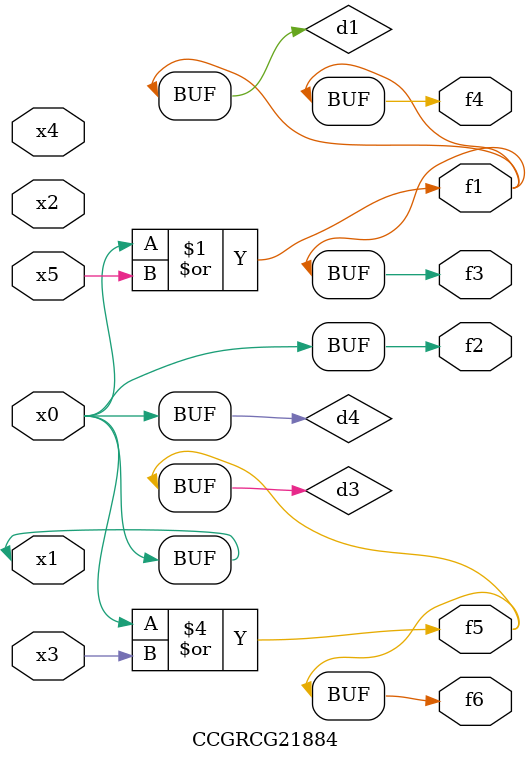
<source format=v>
module CCGRCG21884(
	input x0, x1, x2, x3, x4, x5,
	output f1, f2, f3, f4, f5, f6
);

	wire d1, d2, d3, d4;

	or (d1, x0, x5);
	xnor (d2, x1, x4);
	or (d3, x0, x3);
	buf (d4, x0, x1);
	assign f1 = d1;
	assign f2 = d4;
	assign f3 = d1;
	assign f4 = d1;
	assign f5 = d3;
	assign f6 = d3;
endmodule

</source>
